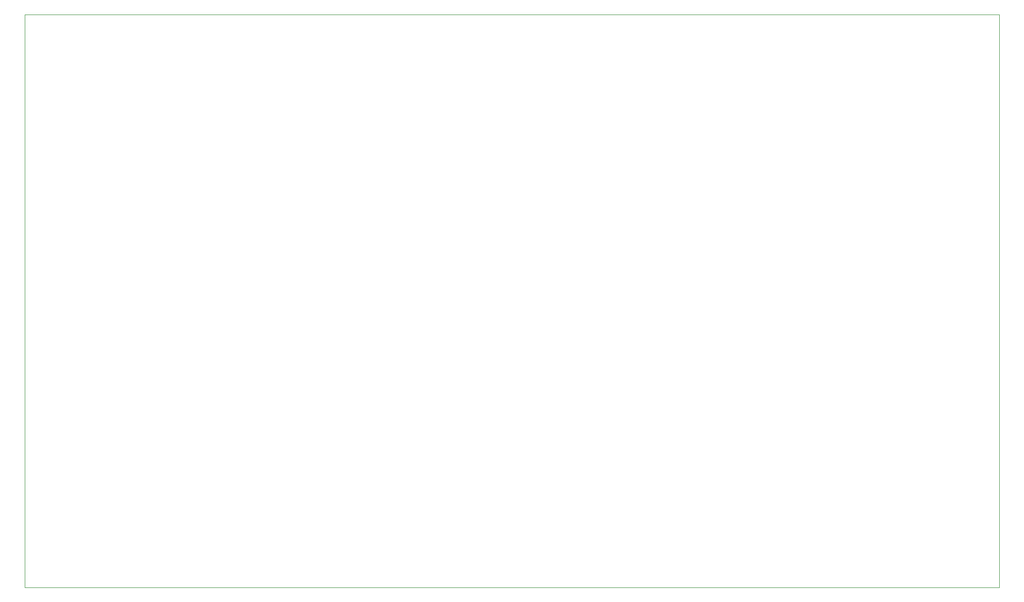
<source format=gbr>
G04 #@! TF.GenerationSoftware,KiCad,Pcbnew,5.1.5*
G04 #@! TF.CreationDate,2020-02-13T08:46:51-05:00*
G04 #@! TF.ProjectId,io-master,696f2d6d-6173-4746-9572-2e6b69636164,A*
G04 #@! TF.SameCoordinates,Original*
G04 #@! TF.FileFunction,Profile,NP*
%FSLAX46Y46*%
G04 Gerber Fmt 4.6, Leading zero omitted, Abs format (unit mm)*
G04 Created by KiCad (PCBNEW 5.1.5) date 2020-02-13 08:46:51*
%MOMM*%
%LPD*%
G04 APERTURE LIST*
%ADD10C,0.050000*%
G04 APERTURE END LIST*
D10*
X160000000Y-30000000D02*
X200000000Y-30000000D01*
X200000000Y-130000000D02*
X200000000Y-30000000D01*
X30000000Y-130000000D02*
X200000000Y-130000000D01*
X160000000Y-30000000D02*
X130000000Y-30000000D01*
X130000000Y-30000000D02*
X30000000Y-30000000D01*
X30000000Y-30000000D02*
X30000000Y-130000000D01*
M02*

</source>
